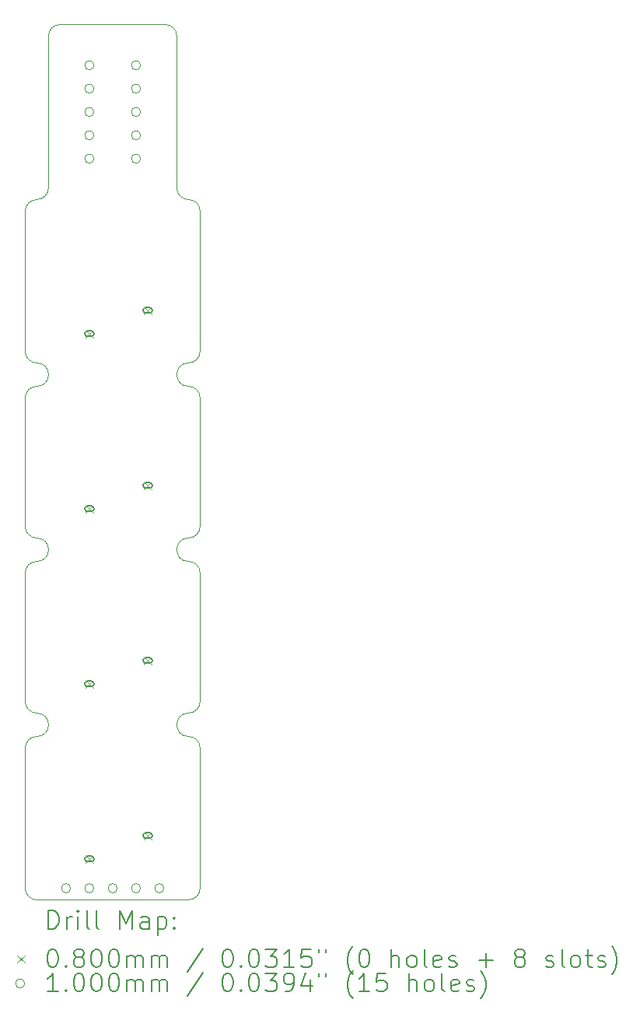
<source format=gbr>
%FSLAX45Y45*%
G04 Gerber Fmt 4.5, Leading zero omitted, Abs format (unit mm)*
G04 Created by KiCad (PCBNEW (6.0.1-0)) date 2022-02-06 13:56:44*
%MOMM*%
%LPD*%
G01*
G04 APERTURE LIST*
%TA.AperFunction,Profile*%
%ADD10C,0.100000*%
%TD*%
%ADD11C,0.200000*%
%ADD12C,0.080000*%
%ADD13C,0.100000*%
G04 APERTURE END LIST*
D10*
X11112500Y-10985500D02*
G75*
G03*
X10985500Y-10858500I-127000J0D01*
G01*
X9334500Y-12763500D02*
G75*
G03*
X9334500Y-12509500I0J127000D01*
G01*
X11112500Y-10477500D02*
X11112500Y-9080500D01*
X9207500Y-14414500D02*
G75*
G03*
X9334500Y-14541500I127000J0D01*
G01*
X11112500Y-8572500D02*
X11112500Y-7048500D01*
X10985500Y-10604500D02*
G75*
G03*
X10985500Y-10858500I0J-127000D01*
G01*
X11112500Y-7048500D02*
G75*
G03*
X10985500Y-6921500I-127000J0D01*
G01*
X9334500Y-10858500D02*
G75*
G03*
X9207500Y-10985500I0J-127000D01*
G01*
X9334500Y-8953500D02*
G75*
G03*
X9207500Y-9080500I0J-127000D01*
G01*
X10858500Y-6794500D02*
G75*
G03*
X10985500Y-6921500I127000J0D01*
G01*
X10731500Y-5016500D02*
X9588500Y-5016500D01*
X9207500Y-8572500D02*
G75*
G03*
X9334500Y-8699500I127000J0D01*
G01*
X10985500Y-8699500D02*
G75*
G03*
X11112500Y-8572500I0J127000D01*
G01*
X9207500Y-12382500D02*
G75*
G03*
X9334500Y-12509500I127000J0D01*
G01*
X10985500Y-10604500D02*
G75*
G03*
X11112500Y-10477500I0J127000D01*
G01*
X11112500Y-12382500D02*
X11112500Y-10985500D01*
X10985500Y-12509500D02*
G75*
G03*
X10985500Y-12763500I0J-127000D01*
G01*
X9334500Y-10858500D02*
G75*
G03*
X9334500Y-10604500I0J127000D01*
G01*
X11112500Y-9080500D02*
G75*
G03*
X10985500Y-8953500I-127000J0D01*
G01*
X10858500Y-5143500D02*
G75*
G03*
X10731500Y-5016500I-127000J0D01*
G01*
X9588500Y-5016500D02*
G75*
G03*
X9461500Y-5143500I0J-127000D01*
G01*
X9207500Y-9080500D02*
X9207500Y-10477500D01*
X9334500Y-6921500D02*
G75*
G03*
X9207500Y-7048500I0J-127000D01*
G01*
X9334500Y-12763500D02*
G75*
G03*
X9207500Y-12890500I0J-127000D01*
G01*
X9207500Y-10985500D02*
X9207500Y-12382500D01*
X10985500Y-14541500D02*
G75*
G03*
X11112500Y-14414500I0J127000D01*
G01*
X9334500Y-6921500D02*
G75*
G03*
X9461500Y-6794500I0J127000D01*
G01*
X9207500Y-12890500D02*
X9207500Y-14414500D01*
X11112500Y-12890500D02*
G75*
G03*
X10985500Y-12763500I-127000J0D01*
G01*
X9334500Y-14541500D02*
X10985500Y-14541500D01*
X9207500Y-10477500D02*
G75*
G03*
X9334500Y-10604500I127000J0D01*
G01*
X10985500Y-12509500D02*
G75*
G03*
X11112500Y-12382500I0J127000D01*
G01*
X10985500Y-8699500D02*
G75*
G03*
X10985500Y-8953500I0J-127000D01*
G01*
X9461500Y-5143500D02*
X9461500Y-6794500D01*
X9334500Y-8953500D02*
G75*
G03*
X9334500Y-8699500I0J127000D01*
G01*
X11112500Y-14414500D02*
X11112500Y-12890500D01*
X10858500Y-6794500D02*
X10858500Y-5143500D01*
X9207500Y-7048500D02*
X9207500Y-8572500D01*
D11*
D12*
X9866000Y-8342000D02*
X9946000Y-8422000D01*
X9946000Y-8342000D02*
X9866000Y-8422000D01*
D11*
X9926000Y-8352000D02*
X9886000Y-8352000D01*
X9926000Y-8412000D02*
X9886000Y-8412000D01*
X9886000Y-8352000D02*
G75*
G03*
X9886000Y-8412000I0J-30000D01*
G01*
X9926000Y-8412000D02*
G75*
G03*
X9926000Y-8352000I0J30000D01*
G01*
D12*
X9866000Y-10247000D02*
X9946000Y-10327000D01*
X9946000Y-10247000D02*
X9866000Y-10327000D01*
D11*
X9926000Y-10257000D02*
X9886000Y-10257000D01*
X9926000Y-10317000D02*
X9886000Y-10317000D01*
X9886000Y-10257000D02*
G75*
G03*
X9886000Y-10317000I0J-30000D01*
G01*
X9926000Y-10317000D02*
G75*
G03*
X9926000Y-10257000I0J30000D01*
G01*
D12*
X9866000Y-12152000D02*
X9946000Y-12232000D01*
X9946000Y-12152000D02*
X9866000Y-12232000D01*
D11*
X9926000Y-12162000D02*
X9886000Y-12162000D01*
X9926000Y-12222000D02*
X9886000Y-12222000D01*
X9886000Y-12162000D02*
G75*
G03*
X9886000Y-12222000I0J-30000D01*
G01*
X9926000Y-12222000D02*
G75*
G03*
X9926000Y-12162000I0J30000D01*
G01*
D12*
X9866000Y-14057000D02*
X9946000Y-14137000D01*
X9946000Y-14057000D02*
X9866000Y-14137000D01*
D11*
X9926000Y-14067000D02*
X9886000Y-14067000D01*
X9926000Y-14127000D02*
X9886000Y-14127000D01*
X9886000Y-14067000D02*
G75*
G03*
X9886000Y-14127000I0J-30000D01*
G01*
X9926000Y-14127000D02*
G75*
G03*
X9926000Y-14067000I0J30000D01*
G01*
D12*
X10501000Y-8088000D02*
X10581000Y-8168000D01*
X10581000Y-8088000D02*
X10501000Y-8168000D01*
D11*
X10561000Y-8098000D02*
X10521000Y-8098000D01*
X10561000Y-8158000D02*
X10521000Y-8158000D01*
X10521000Y-8098000D02*
G75*
G03*
X10521000Y-8158000I0J-30000D01*
G01*
X10561000Y-8158000D02*
G75*
G03*
X10561000Y-8098000I0J30000D01*
G01*
D12*
X10501000Y-9993000D02*
X10581000Y-10073000D01*
X10581000Y-9993000D02*
X10501000Y-10073000D01*
D11*
X10561000Y-10003000D02*
X10521000Y-10003000D01*
X10561000Y-10063000D02*
X10521000Y-10063000D01*
X10521000Y-10003000D02*
G75*
G03*
X10521000Y-10063000I0J-30000D01*
G01*
X10561000Y-10063000D02*
G75*
G03*
X10561000Y-10003000I0J30000D01*
G01*
D12*
X10501000Y-11898000D02*
X10581000Y-11978000D01*
X10581000Y-11898000D02*
X10501000Y-11978000D01*
D11*
X10561000Y-11908000D02*
X10521000Y-11908000D01*
X10561000Y-11968000D02*
X10521000Y-11968000D01*
X10521000Y-11908000D02*
G75*
G03*
X10521000Y-11968000I0J-30000D01*
G01*
X10561000Y-11968000D02*
G75*
G03*
X10561000Y-11908000I0J30000D01*
G01*
D12*
X10501000Y-13803000D02*
X10581000Y-13883000D01*
X10581000Y-13803000D02*
X10501000Y-13883000D01*
D11*
X10561000Y-13813000D02*
X10521000Y-13813000D01*
X10561000Y-13873000D02*
X10521000Y-13873000D01*
X10521000Y-13813000D02*
G75*
G03*
X10521000Y-13873000I0J-30000D01*
G01*
X10561000Y-13873000D02*
G75*
G03*
X10561000Y-13813000I0J30000D01*
G01*
D13*
X9702000Y-14414500D02*
G75*
G03*
X9702000Y-14414500I-50000J0D01*
G01*
X9956000Y-5461000D02*
G75*
G03*
X9956000Y-5461000I-50000J0D01*
G01*
X9956000Y-5715000D02*
G75*
G03*
X9956000Y-5715000I-50000J0D01*
G01*
X9956000Y-5969000D02*
G75*
G03*
X9956000Y-5969000I-50000J0D01*
G01*
X9956000Y-6223000D02*
G75*
G03*
X9956000Y-6223000I-50000J0D01*
G01*
X9956000Y-6477000D02*
G75*
G03*
X9956000Y-6477000I-50000J0D01*
G01*
X9956000Y-14414500D02*
G75*
G03*
X9956000Y-14414500I-50000J0D01*
G01*
X10210000Y-14414500D02*
G75*
G03*
X10210000Y-14414500I-50000J0D01*
G01*
X10464000Y-5461000D02*
G75*
G03*
X10464000Y-5461000I-50000J0D01*
G01*
X10464000Y-5715000D02*
G75*
G03*
X10464000Y-5715000I-50000J0D01*
G01*
X10464000Y-5969000D02*
G75*
G03*
X10464000Y-5969000I-50000J0D01*
G01*
X10464000Y-6223000D02*
G75*
G03*
X10464000Y-6223000I-50000J0D01*
G01*
X10464000Y-6477000D02*
G75*
G03*
X10464000Y-6477000I-50000J0D01*
G01*
X10464000Y-14414500D02*
G75*
G03*
X10464000Y-14414500I-50000J0D01*
G01*
X10718000Y-14414500D02*
G75*
G03*
X10718000Y-14414500I-50000J0D01*
G01*
D11*
X9460119Y-14856976D02*
X9460119Y-14656976D01*
X9507738Y-14656976D01*
X9536310Y-14666500D01*
X9555357Y-14685548D01*
X9564881Y-14704595D01*
X9574405Y-14742690D01*
X9574405Y-14771262D01*
X9564881Y-14809357D01*
X9555357Y-14828405D01*
X9536310Y-14847452D01*
X9507738Y-14856976D01*
X9460119Y-14856976D01*
X9660119Y-14856976D02*
X9660119Y-14723643D01*
X9660119Y-14761738D02*
X9669643Y-14742690D01*
X9679167Y-14733167D01*
X9698214Y-14723643D01*
X9717262Y-14723643D01*
X9783929Y-14856976D02*
X9783929Y-14723643D01*
X9783929Y-14656976D02*
X9774405Y-14666500D01*
X9783929Y-14676024D01*
X9793452Y-14666500D01*
X9783929Y-14656976D01*
X9783929Y-14676024D01*
X9907738Y-14856976D02*
X9888690Y-14847452D01*
X9879167Y-14828405D01*
X9879167Y-14656976D01*
X10012500Y-14856976D02*
X9993452Y-14847452D01*
X9983929Y-14828405D01*
X9983929Y-14656976D01*
X10241071Y-14856976D02*
X10241071Y-14656976D01*
X10307738Y-14799833D01*
X10374405Y-14656976D01*
X10374405Y-14856976D01*
X10555357Y-14856976D02*
X10555357Y-14752214D01*
X10545833Y-14733167D01*
X10526786Y-14723643D01*
X10488690Y-14723643D01*
X10469643Y-14733167D01*
X10555357Y-14847452D02*
X10536310Y-14856976D01*
X10488690Y-14856976D01*
X10469643Y-14847452D01*
X10460119Y-14828405D01*
X10460119Y-14809357D01*
X10469643Y-14790309D01*
X10488690Y-14780786D01*
X10536310Y-14780786D01*
X10555357Y-14771262D01*
X10650595Y-14723643D02*
X10650595Y-14923643D01*
X10650595Y-14733167D02*
X10669643Y-14723643D01*
X10707738Y-14723643D01*
X10726786Y-14733167D01*
X10736310Y-14742690D01*
X10745833Y-14761738D01*
X10745833Y-14818881D01*
X10736310Y-14837928D01*
X10726786Y-14847452D01*
X10707738Y-14856976D01*
X10669643Y-14856976D01*
X10650595Y-14847452D01*
X10831548Y-14837928D02*
X10841071Y-14847452D01*
X10831548Y-14856976D01*
X10822024Y-14847452D01*
X10831548Y-14837928D01*
X10831548Y-14856976D01*
X10831548Y-14733167D02*
X10841071Y-14742690D01*
X10831548Y-14752214D01*
X10822024Y-14742690D01*
X10831548Y-14733167D01*
X10831548Y-14752214D01*
D12*
X9122500Y-15146500D02*
X9202500Y-15226500D01*
X9202500Y-15146500D02*
X9122500Y-15226500D01*
D11*
X9498214Y-15076976D02*
X9517262Y-15076976D01*
X9536310Y-15086500D01*
X9545833Y-15096024D01*
X9555357Y-15115071D01*
X9564881Y-15153167D01*
X9564881Y-15200786D01*
X9555357Y-15238881D01*
X9545833Y-15257928D01*
X9536310Y-15267452D01*
X9517262Y-15276976D01*
X9498214Y-15276976D01*
X9479167Y-15267452D01*
X9469643Y-15257928D01*
X9460119Y-15238881D01*
X9450595Y-15200786D01*
X9450595Y-15153167D01*
X9460119Y-15115071D01*
X9469643Y-15096024D01*
X9479167Y-15086500D01*
X9498214Y-15076976D01*
X9650595Y-15257928D02*
X9660119Y-15267452D01*
X9650595Y-15276976D01*
X9641071Y-15267452D01*
X9650595Y-15257928D01*
X9650595Y-15276976D01*
X9774405Y-15162690D02*
X9755357Y-15153167D01*
X9745833Y-15143643D01*
X9736310Y-15124595D01*
X9736310Y-15115071D01*
X9745833Y-15096024D01*
X9755357Y-15086500D01*
X9774405Y-15076976D01*
X9812500Y-15076976D01*
X9831548Y-15086500D01*
X9841071Y-15096024D01*
X9850595Y-15115071D01*
X9850595Y-15124595D01*
X9841071Y-15143643D01*
X9831548Y-15153167D01*
X9812500Y-15162690D01*
X9774405Y-15162690D01*
X9755357Y-15172214D01*
X9745833Y-15181738D01*
X9736310Y-15200786D01*
X9736310Y-15238881D01*
X9745833Y-15257928D01*
X9755357Y-15267452D01*
X9774405Y-15276976D01*
X9812500Y-15276976D01*
X9831548Y-15267452D01*
X9841071Y-15257928D01*
X9850595Y-15238881D01*
X9850595Y-15200786D01*
X9841071Y-15181738D01*
X9831548Y-15172214D01*
X9812500Y-15162690D01*
X9974405Y-15076976D02*
X9993452Y-15076976D01*
X10012500Y-15086500D01*
X10022024Y-15096024D01*
X10031548Y-15115071D01*
X10041071Y-15153167D01*
X10041071Y-15200786D01*
X10031548Y-15238881D01*
X10022024Y-15257928D01*
X10012500Y-15267452D01*
X9993452Y-15276976D01*
X9974405Y-15276976D01*
X9955357Y-15267452D01*
X9945833Y-15257928D01*
X9936310Y-15238881D01*
X9926786Y-15200786D01*
X9926786Y-15153167D01*
X9936310Y-15115071D01*
X9945833Y-15096024D01*
X9955357Y-15086500D01*
X9974405Y-15076976D01*
X10164881Y-15076976D02*
X10183929Y-15076976D01*
X10202976Y-15086500D01*
X10212500Y-15096024D01*
X10222024Y-15115071D01*
X10231548Y-15153167D01*
X10231548Y-15200786D01*
X10222024Y-15238881D01*
X10212500Y-15257928D01*
X10202976Y-15267452D01*
X10183929Y-15276976D01*
X10164881Y-15276976D01*
X10145833Y-15267452D01*
X10136310Y-15257928D01*
X10126786Y-15238881D01*
X10117262Y-15200786D01*
X10117262Y-15153167D01*
X10126786Y-15115071D01*
X10136310Y-15096024D01*
X10145833Y-15086500D01*
X10164881Y-15076976D01*
X10317262Y-15276976D02*
X10317262Y-15143643D01*
X10317262Y-15162690D02*
X10326786Y-15153167D01*
X10345833Y-15143643D01*
X10374405Y-15143643D01*
X10393452Y-15153167D01*
X10402976Y-15172214D01*
X10402976Y-15276976D01*
X10402976Y-15172214D02*
X10412500Y-15153167D01*
X10431548Y-15143643D01*
X10460119Y-15143643D01*
X10479167Y-15153167D01*
X10488690Y-15172214D01*
X10488690Y-15276976D01*
X10583929Y-15276976D02*
X10583929Y-15143643D01*
X10583929Y-15162690D02*
X10593452Y-15153167D01*
X10612500Y-15143643D01*
X10641071Y-15143643D01*
X10660119Y-15153167D01*
X10669643Y-15172214D01*
X10669643Y-15276976D01*
X10669643Y-15172214D02*
X10679167Y-15153167D01*
X10698214Y-15143643D01*
X10726786Y-15143643D01*
X10745833Y-15153167D01*
X10755357Y-15172214D01*
X10755357Y-15276976D01*
X11145833Y-15067452D02*
X10974405Y-15324595D01*
X11402976Y-15076976D02*
X11422024Y-15076976D01*
X11441071Y-15086500D01*
X11450595Y-15096024D01*
X11460119Y-15115071D01*
X11469643Y-15153167D01*
X11469643Y-15200786D01*
X11460119Y-15238881D01*
X11450595Y-15257928D01*
X11441071Y-15267452D01*
X11422024Y-15276976D01*
X11402976Y-15276976D01*
X11383928Y-15267452D01*
X11374405Y-15257928D01*
X11364881Y-15238881D01*
X11355357Y-15200786D01*
X11355357Y-15153167D01*
X11364881Y-15115071D01*
X11374405Y-15096024D01*
X11383928Y-15086500D01*
X11402976Y-15076976D01*
X11555357Y-15257928D02*
X11564881Y-15267452D01*
X11555357Y-15276976D01*
X11545833Y-15267452D01*
X11555357Y-15257928D01*
X11555357Y-15276976D01*
X11688690Y-15076976D02*
X11707738Y-15076976D01*
X11726786Y-15086500D01*
X11736309Y-15096024D01*
X11745833Y-15115071D01*
X11755357Y-15153167D01*
X11755357Y-15200786D01*
X11745833Y-15238881D01*
X11736309Y-15257928D01*
X11726786Y-15267452D01*
X11707738Y-15276976D01*
X11688690Y-15276976D01*
X11669643Y-15267452D01*
X11660119Y-15257928D01*
X11650595Y-15238881D01*
X11641071Y-15200786D01*
X11641071Y-15153167D01*
X11650595Y-15115071D01*
X11660119Y-15096024D01*
X11669643Y-15086500D01*
X11688690Y-15076976D01*
X11822024Y-15076976D02*
X11945833Y-15076976D01*
X11879167Y-15153167D01*
X11907738Y-15153167D01*
X11926786Y-15162690D01*
X11936309Y-15172214D01*
X11945833Y-15191262D01*
X11945833Y-15238881D01*
X11936309Y-15257928D01*
X11926786Y-15267452D01*
X11907738Y-15276976D01*
X11850595Y-15276976D01*
X11831548Y-15267452D01*
X11822024Y-15257928D01*
X12136309Y-15276976D02*
X12022024Y-15276976D01*
X12079167Y-15276976D02*
X12079167Y-15076976D01*
X12060119Y-15105548D01*
X12041071Y-15124595D01*
X12022024Y-15134119D01*
X12317262Y-15076976D02*
X12222024Y-15076976D01*
X12212500Y-15172214D01*
X12222024Y-15162690D01*
X12241071Y-15153167D01*
X12288690Y-15153167D01*
X12307738Y-15162690D01*
X12317262Y-15172214D01*
X12326786Y-15191262D01*
X12326786Y-15238881D01*
X12317262Y-15257928D01*
X12307738Y-15267452D01*
X12288690Y-15276976D01*
X12241071Y-15276976D01*
X12222024Y-15267452D01*
X12212500Y-15257928D01*
X12402976Y-15076976D02*
X12402976Y-15115071D01*
X12479167Y-15076976D02*
X12479167Y-15115071D01*
X12774405Y-15353167D02*
X12764881Y-15343643D01*
X12745833Y-15315071D01*
X12736309Y-15296024D01*
X12726786Y-15267452D01*
X12717262Y-15219833D01*
X12717262Y-15181738D01*
X12726786Y-15134119D01*
X12736309Y-15105548D01*
X12745833Y-15086500D01*
X12764881Y-15057928D01*
X12774405Y-15048405D01*
X12888690Y-15076976D02*
X12907738Y-15076976D01*
X12926786Y-15086500D01*
X12936309Y-15096024D01*
X12945833Y-15115071D01*
X12955357Y-15153167D01*
X12955357Y-15200786D01*
X12945833Y-15238881D01*
X12936309Y-15257928D01*
X12926786Y-15267452D01*
X12907738Y-15276976D01*
X12888690Y-15276976D01*
X12869643Y-15267452D01*
X12860119Y-15257928D01*
X12850595Y-15238881D01*
X12841071Y-15200786D01*
X12841071Y-15153167D01*
X12850595Y-15115071D01*
X12860119Y-15096024D01*
X12869643Y-15086500D01*
X12888690Y-15076976D01*
X13193452Y-15276976D02*
X13193452Y-15076976D01*
X13279167Y-15276976D02*
X13279167Y-15172214D01*
X13269643Y-15153167D01*
X13250595Y-15143643D01*
X13222024Y-15143643D01*
X13202976Y-15153167D01*
X13193452Y-15162690D01*
X13402976Y-15276976D02*
X13383928Y-15267452D01*
X13374405Y-15257928D01*
X13364881Y-15238881D01*
X13364881Y-15181738D01*
X13374405Y-15162690D01*
X13383928Y-15153167D01*
X13402976Y-15143643D01*
X13431548Y-15143643D01*
X13450595Y-15153167D01*
X13460119Y-15162690D01*
X13469643Y-15181738D01*
X13469643Y-15238881D01*
X13460119Y-15257928D01*
X13450595Y-15267452D01*
X13431548Y-15276976D01*
X13402976Y-15276976D01*
X13583928Y-15276976D02*
X13564881Y-15267452D01*
X13555357Y-15248405D01*
X13555357Y-15076976D01*
X13736309Y-15267452D02*
X13717262Y-15276976D01*
X13679167Y-15276976D01*
X13660119Y-15267452D01*
X13650595Y-15248405D01*
X13650595Y-15172214D01*
X13660119Y-15153167D01*
X13679167Y-15143643D01*
X13717262Y-15143643D01*
X13736309Y-15153167D01*
X13745833Y-15172214D01*
X13745833Y-15191262D01*
X13650595Y-15210309D01*
X13822024Y-15267452D02*
X13841071Y-15276976D01*
X13879167Y-15276976D01*
X13898214Y-15267452D01*
X13907738Y-15248405D01*
X13907738Y-15238881D01*
X13898214Y-15219833D01*
X13879167Y-15210309D01*
X13850595Y-15210309D01*
X13831548Y-15200786D01*
X13822024Y-15181738D01*
X13822024Y-15172214D01*
X13831548Y-15153167D01*
X13850595Y-15143643D01*
X13879167Y-15143643D01*
X13898214Y-15153167D01*
X14145833Y-15200786D02*
X14298214Y-15200786D01*
X14222024Y-15276976D02*
X14222024Y-15124595D01*
X14574405Y-15162690D02*
X14555357Y-15153167D01*
X14545833Y-15143643D01*
X14536309Y-15124595D01*
X14536309Y-15115071D01*
X14545833Y-15096024D01*
X14555357Y-15086500D01*
X14574405Y-15076976D01*
X14612500Y-15076976D01*
X14631548Y-15086500D01*
X14641071Y-15096024D01*
X14650595Y-15115071D01*
X14650595Y-15124595D01*
X14641071Y-15143643D01*
X14631548Y-15153167D01*
X14612500Y-15162690D01*
X14574405Y-15162690D01*
X14555357Y-15172214D01*
X14545833Y-15181738D01*
X14536309Y-15200786D01*
X14536309Y-15238881D01*
X14545833Y-15257928D01*
X14555357Y-15267452D01*
X14574405Y-15276976D01*
X14612500Y-15276976D01*
X14631548Y-15267452D01*
X14641071Y-15257928D01*
X14650595Y-15238881D01*
X14650595Y-15200786D01*
X14641071Y-15181738D01*
X14631548Y-15172214D01*
X14612500Y-15162690D01*
X14879167Y-15267452D02*
X14898214Y-15276976D01*
X14936309Y-15276976D01*
X14955357Y-15267452D01*
X14964881Y-15248405D01*
X14964881Y-15238881D01*
X14955357Y-15219833D01*
X14936309Y-15210309D01*
X14907738Y-15210309D01*
X14888690Y-15200786D01*
X14879167Y-15181738D01*
X14879167Y-15172214D01*
X14888690Y-15153167D01*
X14907738Y-15143643D01*
X14936309Y-15143643D01*
X14955357Y-15153167D01*
X15079167Y-15276976D02*
X15060119Y-15267452D01*
X15050595Y-15248405D01*
X15050595Y-15076976D01*
X15183928Y-15276976D02*
X15164881Y-15267452D01*
X15155357Y-15257928D01*
X15145833Y-15238881D01*
X15145833Y-15181738D01*
X15155357Y-15162690D01*
X15164881Y-15153167D01*
X15183928Y-15143643D01*
X15212500Y-15143643D01*
X15231548Y-15153167D01*
X15241071Y-15162690D01*
X15250595Y-15181738D01*
X15250595Y-15238881D01*
X15241071Y-15257928D01*
X15231548Y-15267452D01*
X15212500Y-15276976D01*
X15183928Y-15276976D01*
X15307738Y-15143643D02*
X15383928Y-15143643D01*
X15336309Y-15076976D02*
X15336309Y-15248405D01*
X15345833Y-15267452D01*
X15364881Y-15276976D01*
X15383928Y-15276976D01*
X15441071Y-15267452D02*
X15460119Y-15276976D01*
X15498214Y-15276976D01*
X15517262Y-15267452D01*
X15526786Y-15248405D01*
X15526786Y-15238881D01*
X15517262Y-15219833D01*
X15498214Y-15210309D01*
X15469643Y-15210309D01*
X15450595Y-15200786D01*
X15441071Y-15181738D01*
X15441071Y-15172214D01*
X15450595Y-15153167D01*
X15469643Y-15143643D01*
X15498214Y-15143643D01*
X15517262Y-15153167D01*
X15593452Y-15353167D02*
X15602976Y-15343643D01*
X15622024Y-15315071D01*
X15631548Y-15296024D01*
X15641071Y-15267452D01*
X15650595Y-15219833D01*
X15650595Y-15181738D01*
X15641071Y-15134119D01*
X15631548Y-15105548D01*
X15622024Y-15086500D01*
X15602976Y-15057928D01*
X15593452Y-15048405D01*
D13*
X9202500Y-15450500D02*
G75*
G03*
X9202500Y-15450500I-50000J0D01*
G01*
D11*
X9564881Y-15540976D02*
X9450595Y-15540976D01*
X9507738Y-15540976D02*
X9507738Y-15340976D01*
X9488690Y-15369548D01*
X9469643Y-15388595D01*
X9450595Y-15398119D01*
X9650595Y-15521928D02*
X9660119Y-15531452D01*
X9650595Y-15540976D01*
X9641071Y-15531452D01*
X9650595Y-15521928D01*
X9650595Y-15540976D01*
X9783929Y-15340976D02*
X9802976Y-15340976D01*
X9822024Y-15350500D01*
X9831548Y-15360024D01*
X9841071Y-15379071D01*
X9850595Y-15417167D01*
X9850595Y-15464786D01*
X9841071Y-15502881D01*
X9831548Y-15521928D01*
X9822024Y-15531452D01*
X9802976Y-15540976D01*
X9783929Y-15540976D01*
X9764881Y-15531452D01*
X9755357Y-15521928D01*
X9745833Y-15502881D01*
X9736310Y-15464786D01*
X9736310Y-15417167D01*
X9745833Y-15379071D01*
X9755357Y-15360024D01*
X9764881Y-15350500D01*
X9783929Y-15340976D01*
X9974405Y-15340976D02*
X9993452Y-15340976D01*
X10012500Y-15350500D01*
X10022024Y-15360024D01*
X10031548Y-15379071D01*
X10041071Y-15417167D01*
X10041071Y-15464786D01*
X10031548Y-15502881D01*
X10022024Y-15521928D01*
X10012500Y-15531452D01*
X9993452Y-15540976D01*
X9974405Y-15540976D01*
X9955357Y-15531452D01*
X9945833Y-15521928D01*
X9936310Y-15502881D01*
X9926786Y-15464786D01*
X9926786Y-15417167D01*
X9936310Y-15379071D01*
X9945833Y-15360024D01*
X9955357Y-15350500D01*
X9974405Y-15340976D01*
X10164881Y-15340976D02*
X10183929Y-15340976D01*
X10202976Y-15350500D01*
X10212500Y-15360024D01*
X10222024Y-15379071D01*
X10231548Y-15417167D01*
X10231548Y-15464786D01*
X10222024Y-15502881D01*
X10212500Y-15521928D01*
X10202976Y-15531452D01*
X10183929Y-15540976D01*
X10164881Y-15540976D01*
X10145833Y-15531452D01*
X10136310Y-15521928D01*
X10126786Y-15502881D01*
X10117262Y-15464786D01*
X10117262Y-15417167D01*
X10126786Y-15379071D01*
X10136310Y-15360024D01*
X10145833Y-15350500D01*
X10164881Y-15340976D01*
X10317262Y-15540976D02*
X10317262Y-15407643D01*
X10317262Y-15426690D02*
X10326786Y-15417167D01*
X10345833Y-15407643D01*
X10374405Y-15407643D01*
X10393452Y-15417167D01*
X10402976Y-15436214D01*
X10402976Y-15540976D01*
X10402976Y-15436214D02*
X10412500Y-15417167D01*
X10431548Y-15407643D01*
X10460119Y-15407643D01*
X10479167Y-15417167D01*
X10488690Y-15436214D01*
X10488690Y-15540976D01*
X10583929Y-15540976D02*
X10583929Y-15407643D01*
X10583929Y-15426690D02*
X10593452Y-15417167D01*
X10612500Y-15407643D01*
X10641071Y-15407643D01*
X10660119Y-15417167D01*
X10669643Y-15436214D01*
X10669643Y-15540976D01*
X10669643Y-15436214D02*
X10679167Y-15417167D01*
X10698214Y-15407643D01*
X10726786Y-15407643D01*
X10745833Y-15417167D01*
X10755357Y-15436214D01*
X10755357Y-15540976D01*
X11145833Y-15331452D02*
X10974405Y-15588595D01*
X11402976Y-15340976D02*
X11422024Y-15340976D01*
X11441071Y-15350500D01*
X11450595Y-15360024D01*
X11460119Y-15379071D01*
X11469643Y-15417167D01*
X11469643Y-15464786D01*
X11460119Y-15502881D01*
X11450595Y-15521928D01*
X11441071Y-15531452D01*
X11422024Y-15540976D01*
X11402976Y-15540976D01*
X11383928Y-15531452D01*
X11374405Y-15521928D01*
X11364881Y-15502881D01*
X11355357Y-15464786D01*
X11355357Y-15417167D01*
X11364881Y-15379071D01*
X11374405Y-15360024D01*
X11383928Y-15350500D01*
X11402976Y-15340976D01*
X11555357Y-15521928D02*
X11564881Y-15531452D01*
X11555357Y-15540976D01*
X11545833Y-15531452D01*
X11555357Y-15521928D01*
X11555357Y-15540976D01*
X11688690Y-15340976D02*
X11707738Y-15340976D01*
X11726786Y-15350500D01*
X11736309Y-15360024D01*
X11745833Y-15379071D01*
X11755357Y-15417167D01*
X11755357Y-15464786D01*
X11745833Y-15502881D01*
X11736309Y-15521928D01*
X11726786Y-15531452D01*
X11707738Y-15540976D01*
X11688690Y-15540976D01*
X11669643Y-15531452D01*
X11660119Y-15521928D01*
X11650595Y-15502881D01*
X11641071Y-15464786D01*
X11641071Y-15417167D01*
X11650595Y-15379071D01*
X11660119Y-15360024D01*
X11669643Y-15350500D01*
X11688690Y-15340976D01*
X11822024Y-15340976D02*
X11945833Y-15340976D01*
X11879167Y-15417167D01*
X11907738Y-15417167D01*
X11926786Y-15426690D01*
X11936309Y-15436214D01*
X11945833Y-15455262D01*
X11945833Y-15502881D01*
X11936309Y-15521928D01*
X11926786Y-15531452D01*
X11907738Y-15540976D01*
X11850595Y-15540976D01*
X11831548Y-15531452D01*
X11822024Y-15521928D01*
X12041071Y-15540976D02*
X12079167Y-15540976D01*
X12098214Y-15531452D01*
X12107738Y-15521928D01*
X12126786Y-15493357D01*
X12136309Y-15455262D01*
X12136309Y-15379071D01*
X12126786Y-15360024D01*
X12117262Y-15350500D01*
X12098214Y-15340976D01*
X12060119Y-15340976D01*
X12041071Y-15350500D01*
X12031548Y-15360024D01*
X12022024Y-15379071D01*
X12022024Y-15426690D01*
X12031548Y-15445738D01*
X12041071Y-15455262D01*
X12060119Y-15464786D01*
X12098214Y-15464786D01*
X12117262Y-15455262D01*
X12126786Y-15445738D01*
X12136309Y-15426690D01*
X12307738Y-15407643D02*
X12307738Y-15540976D01*
X12260119Y-15331452D02*
X12212500Y-15474309D01*
X12336309Y-15474309D01*
X12402976Y-15340976D02*
X12402976Y-15379071D01*
X12479167Y-15340976D02*
X12479167Y-15379071D01*
X12774405Y-15617167D02*
X12764881Y-15607643D01*
X12745833Y-15579071D01*
X12736309Y-15560024D01*
X12726786Y-15531452D01*
X12717262Y-15483833D01*
X12717262Y-15445738D01*
X12726786Y-15398119D01*
X12736309Y-15369548D01*
X12745833Y-15350500D01*
X12764881Y-15321928D01*
X12774405Y-15312405D01*
X12955357Y-15540976D02*
X12841071Y-15540976D01*
X12898214Y-15540976D02*
X12898214Y-15340976D01*
X12879167Y-15369548D01*
X12860119Y-15388595D01*
X12841071Y-15398119D01*
X13136309Y-15340976D02*
X13041071Y-15340976D01*
X13031548Y-15436214D01*
X13041071Y-15426690D01*
X13060119Y-15417167D01*
X13107738Y-15417167D01*
X13126786Y-15426690D01*
X13136309Y-15436214D01*
X13145833Y-15455262D01*
X13145833Y-15502881D01*
X13136309Y-15521928D01*
X13126786Y-15531452D01*
X13107738Y-15540976D01*
X13060119Y-15540976D01*
X13041071Y-15531452D01*
X13031548Y-15521928D01*
X13383928Y-15540976D02*
X13383928Y-15340976D01*
X13469643Y-15540976D02*
X13469643Y-15436214D01*
X13460119Y-15417167D01*
X13441071Y-15407643D01*
X13412500Y-15407643D01*
X13393452Y-15417167D01*
X13383928Y-15426690D01*
X13593452Y-15540976D02*
X13574405Y-15531452D01*
X13564881Y-15521928D01*
X13555357Y-15502881D01*
X13555357Y-15445738D01*
X13564881Y-15426690D01*
X13574405Y-15417167D01*
X13593452Y-15407643D01*
X13622024Y-15407643D01*
X13641071Y-15417167D01*
X13650595Y-15426690D01*
X13660119Y-15445738D01*
X13660119Y-15502881D01*
X13650595Y-15521928D01*
X13641071Y-15531452D01*
X13622024Y-15540976D01*
X13593452Y-15540976D01*
X13774405Y-15540976D02*
X13755357Y-15531452D01*
X13745833Y-15512405D01*
X13745833Y-15340976D01*
X13926786Y-15531452D02*
X13907738Y-15540976D01*
X13869643Y-15540976D01*
X13850595Y-15531452D01*
X13841071Y-15512405D01*
X13841071Y-15436214D01*
X13850595Y-15417167D01*
X13869643Y-15407643D01*
X13907738Y-15407643D01*
X13926786Y-15417167D01*
X13936309Y-15436214D01*
X13936309Y-15455262D01*
X13841071Y-15474309D01*
X14012500Y-15531452D02*
X14031548Y-15540976D01*
X14069643Y-15540976D01*
X14088690Y-15531452D01*
X14098214Y-15512405D01*
X14098214Y-15502881D01*
X14088690Y-15483833D01*
X14069643Y-15474309D01*
X14041071Y-15474309D01*
X14022024Y-15464786D01*
X14012500Y-15445738D01*
X14012500Y-15436214D01*
X14022024Y-15417167D01*
X14041071Y-15407643D01*
X14069643Y-15407643D01*
X14088690Y-15417167D01*
X14164881Y-15617167D02*
X14174405Y-15607643D01*
X14193452Y-15579071D01*
X14202976Y-15560024D01*
X14212500Y-15531452D01*
X14222024Y-15483833D01*
X14222024Y-15445738D01*
X14212500Y-15398119D01*
X14202976Y-15369548D01*
X14193452Y-15350500D01*
X14174405Y-15321928D01*
X14164881Y-15312405D01*
M02*

</source>
